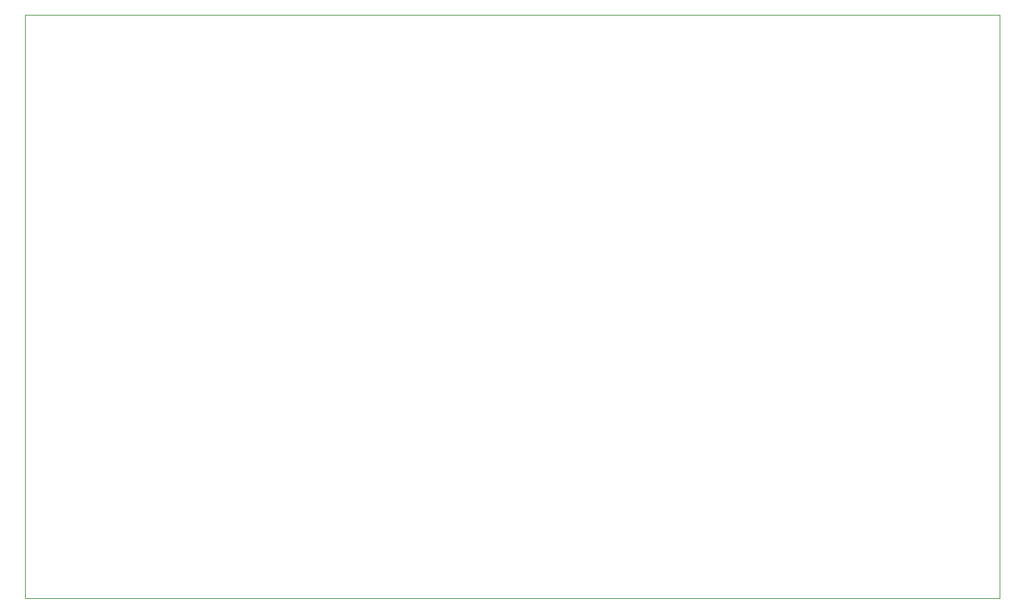
<source format=gbr>
%TF.GenerationSoftware,KiCad,Pcbnew,(6.0.5)*%
%TF.CreationDate,2022-11-30T16:24:04+01:00*%
%TF.ProjectId,Parametic VFO,50617261-6d65-4746-9963-2056464f2e6b,rev?*%
%TF.SameCoordinates,Original*%
%TF.FileFunction,Other,User*%
%FSLAX46Y46*%
G04 Gerber Fmt 4.6, Leading zero omitted, Abs format (unit mm)*
G04 Created by KiCad (PCBNEW (6.0.5)) date 2022-11-30 16:24:04*
%MOMM*%
%LPD*%
G01*
G04 APERTURE LIST*
%ADD10C,0.100000*%
G04 APERTURE END LIST*
D10*
X82550000Y-44450000D02*
X204470000Y-44450000D01*
X204470000Y-44450000D02*
X204470000Y-117475000D01*
X204470000Y-117475000D02*
X82550000Y-117475000D01*
X82550000Y-117475000D02*
X82550000Y-44450000D01*
M02*

</source>
